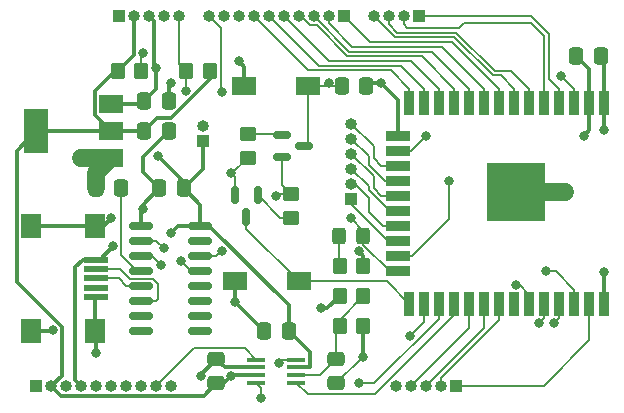
<source format=gbr>
G04 #@! TF.GenerationSoftware,KiCad,Pcbnew,(6.0.0)*
G04 #@! TF.CreationDate,2022-03-08T09:11:21+00:00*
G04 #@! TF.ProjectId,ISOpowerWiFi_PCB,49534f70-6f77-4657-9257-6946695f5043,rev?*
G04 #@! TF.SameCoordinates,Original*
G04 #@! TF.FileFunction,Copper,L1,Top*
G04 #@! TF.FilePolarity,Positive*
%FSLAX46Y46*%
G04 Gerber Fmt 4.6, Leading zero omitted, Abs format (unit mm)*
G04 Created by KiCad (PCBNEW (6.0.0)) date 2022-03-08 09:11:21*
%MOMM*%
%LPD*%
G01*
G04 APERTURE LIST*
G04 Aperture macros list*
%AMRoundRect*
0 Rectangle with rounded corners*
0 $1 Rounding radius*
0 $2 $3 $4 $5 $6 $7 $8 $9 X,Y pos of 4 corners*
0 Add a 4 corners polygon primitive as box body*
4,1,4,$2,$3,$4,$5,$6,$7,$8,$9,$2,$3,0*
0 Add four circle primitives for the rounded corners*
1,1,$1+$1,$2,$3*
1,1,$1+$1,$4,$5*
1,1,$1+$1,$6,$7*
1,1,$1+$1,$8,$9*
0 Add four rect primitives between the rounded corners*
20,1,$1+$1,$2,$3,$4,$5,0*
20,1,$1+$1,$4,$5,$6,$7,0*
20,1,$1+$1,$6,$7,$8,$9,0*
20,1,$1+$1,$8,$9,$2,$3,0*%
G04 Aperture macros list end*
G04 #@! TA.AperFunction,ComponentPad*
%ADD10R,1.000000X1.000000*%
G04 #@! TD*
G04 #@! TA.AperFunction,ComponentPad*
%ADD11O,1.000000X1.000000*%
G04 #@! TD*
G04 #@! TA.AperFunction,SMDPad,CuDef*
%ADD12R,2.000000X1.600000*%
G04 #@! TD*
G04 #@! TA.AperFunction,SMDPad,CuDef*
%ADD13R,2.000000X0.500000*%
G04 #@! TD*
G04 #@! TA.AperFunction,SMDPad,CuDef*
%ADD14R,1.700000X2.000000*%
G04 #@! TD*
G04 #@! TA.AperFunction,SMDPad,CuDef*
%ADD15R,0.900000X2.000000*%
G04 #@! TD*
G04 #@! TA.AperFunction,SMDPad,CuDef*
%ADD16R,2.000000X0.900000*%
G04 #@! TD*
G04 #@! TA.AperFunction,SMDPad,CuDef*
%ADD17R,5.000000X5.000000*%
G04 #@! TD*
G04 #@! TA.AperFunction,SMDPad,CuDef*
%ADD18RoundRect,0.250000X-0.325000X-0.450000X0.325000X-0.450000X0.325000X0.450000X-0.325000X0.450000X0*%
G04 #@! TD*
G04 #@! TA.AperFunction,SMDPad,CuDef*
%ADD19R,1.600000X0.300000*%
G04 #@! TD*
G04 #@! TA.AperFunction,SMDPad,CuDef*
%ADD20RoundRect,0.250000X0.337500X0.475000X-0.337500X0.475000X-0.337500X-0.475000X0.337500X-0.475000X0*%
G04 #@! TD*
G04 #@! TA.AperFunction,SMDPad,CuDef*
%ADD21RoundRect,0.250000X-0.350000X-0.450000X0.350000X-0.450000X0.350000X0.450000X-0.350000X0.450000X0*%
G04 #@! TD*
G04 #@! TA.AperFunction,SMDPad,CuDef*
%ADD22RoundRect,0.150000X-0.825000X-0.150000X0.825000X-0.150000X0.825000X0.150000X-0.825000X0.150000X0*%
G04 #@! TD*
G04 #@! TA.AperFunction,SMDPad,CuDef*
%ADD23RoundRect,0.250000X0.350000X0.450000X-0.350000X0.450000X-0.350000X-0.450000X0.350000X-0.450000X0*%
G04 #@! TD*
G04 #@! TA.AperFunction,SMDPad,CuDef*
%ADD24RoundRect,0.250000X-0.337500X-0.475000X0.337500X-0.475000X0.337500X0.475000X-0.337500X0.475000X0*%
G04 #@! TD*
G04 #@! TA.AperFunction,SMDPad,CuDef*
%ADD25RoundRect,0.250000X0.475000X-0.337500X0.475000X0.337500X-0.475000X0.337500X-0.475000X-0.337500X0*%
G04 #@! TD*
G04 #@! TA.AperFunction,SMDPad,CuDef*
%ADD26RoundRect,0.250000X-0.475000X0.337500X-0.475000X-0.337500X0.475000X-0.337500X0.475000X0.337500X0*%
G04 #@! TD*
G04 #@! TA.AperFunction,SMDPad,CuDef*
%ADD27RoundRect,0.150000X-0.587500X-0.150000X0.587500X-0.150000X0.587500X0.150000X-0.587500X0.150000X0*%
G04 #@! TD*
G04 #@! TA.AperFunction,SMDPad,CuDef*
%ADD28R,2.000000X1.500000*%
G04 #@! TD*
G04 #@! TA.AperFunction,SMDPad,CuDef*
%ADD29R,2.000000X3.800000*%
G04 #@! TD*
G04 #@! TA.AperFunction,SMDPad,CuDef*
%ADD30RoundRect,0.150000X-0.150000X0.587500X-0.150000X-0.587500X0.150000X-0.587500X0.150000X0.587500X0*%
G04 #@! TD*
G04 #@! TA.AperFunction,SMDPad,CuDef*
%ADD31RoundRect,0.250000X-0.450000X0.350000X-0.450000X-0.350000X0.450000X-0.350000X0.450000X0.350000X0*%
G04 #@! TD*
G04 #@! TA.AperFunction,SMDPad,CuDef*
%ADD32RoundRect,0.250000X0.450000X-0.350000X0.450000X0.350000X-0.450000X0.350000X-0.450000X-0.350000X0*%
G04 #@! TD*
G04 #@! TA.AperFunction,ViaPad*
%ADD33C,0.800000*%
G04 #@! TD*
G04 #@! TA.AperFunction,Conductor*
%ADD34C,0.200000*%
G04 #@! TD*
G04 #@! TA.AperFunction,Conductor*
%ADD35C,0.300000*%
G04 #@! TD*
G04 #@! TA.AperFunction,Conductor*
%ADD36C,1.500000*%
G04 #@! TD*
G04 APERTURE END LIST*
D10*
G04 #@! TO.P,J2,1,Pin_1*
G04 #@! TO.N,23*
X160538000Y-108359043D03*
D11*
G04 #@! TO.P,J2,2,Pin_2*
G04 #@! TO.N,19*
X159268000Y-108359043D03*
G04 #@! TO.P,J2,3,Pin_3*
G04 #@! TO.N,18*
X157998000Y-108359043D03*
G04 #@! TO.P,J2,4,Pin_4*
G04 #@! TO.N,5*
X156728000Y-108359043D03*
G04 #@! TO.P,J2,5,Pin_5*
G04 #@! TO.N,4*
X155458000Y-108359043D03*
G04 #@! TD*
D12*
G04 #@! TO.P,SW2,1,1*
G04 #@! TO.N,/ESP32_Daughterboard/USB ESP32 CH340 Interface /ESP_IO0*
X147193000Y-99469043D03*
G04 #@! TO.P,SW2,2,2*
G04 #@! TO.N,/ESP32_Daughterboard/GND*
X141793000Y-99469043D03*
G04 #@! TD*
D13*
G04 #@! TO.P,J20,1,VBUS*
G04 #@! TO.N,/ESP32_Daughterboard/USB_PBUS*
X130048000Y-97636543D03*
G04 #@! TO.P,J20,2,D-*
G04 #@! TO.N,Net-(J20-Pad2)*
X130048000Y-98436543D03*
G04 #@! TO.P,J20,3,D+*
G04 #@! TO.N,Net-(J20-Pad3)*
X130048000Y-99236543D03*
G04 #@! TO.P,J20,4,ID*
G04 #@! TO.N,unconnected-(J20-Pad4)*
X130048000Y-100036543D03*
G04 #@! TO.P,J20,5,GND*
G04 #@! TO.N,/ESP32_Daughterboard/GND*
X130048000Y-100836543D03*
D14*
G04 #@! TO.P,J20,6,Shield*
X129948000Y-103686543D03*
X124498000Y-94786543D03*
X124498000Y-103686543D03*
X129948000Y-94786543D03*
G04 #@! TD*
D15*
G04 #@! TO.P,U1,1,GND*
G04 #@! TO.N,/ESP32_Daughterboard/GND*
X173058000Y-84386543D03*
G04 #@! TO.P,U1,2,VDD*
G04 #@! TO.N,/ESP32_Daughterboard/3V3_BUS*
X171788000Y-84386543D03*
G04 #@! TO.P,U1,3,EN*
G04 #@! TO.N,/ESP32_Daughterboard/USB ESP32 CH340 Interface /ESP_EN*
X170518000Y-84386543D03*
G04 #@! TO.P,U1,4,SENSOR_VP*
G04 #@! TO.N,Net-(J3-Pad1)*
X169248000Y-84386543D03*
G04 #@! TO.P,U1,5,SENSOR_VN*
G04 #@! TO.N,Net-(J3-Pad2)*
X167978000Y-84386543D03*
G04 #@! TO.P,U1,6,IO34*
G04 #@! TO.N,Net-(J3-Pad3)*
X166708000Y-84386543D03*
G04 #@! TO.P,U1,7,IO35*
G04 #@! TO.N,Net-(J3-Pad4)*
X165438000Y-84386543D03*
G04 #@! TO.P,U1,8,GPIO32*
G04 #@! TO.N,Net-(J5-Pad1)*
X164168000Y-84386543D03*
G04 #@! TO.P,U1,9,GPIO33*
G04 #@! TO.N,Net-(J5-Pad2)*
X162898000Y-84386543D03*
G04 #@! TO.P,U1,10,GPIO25*
G04 #@! TO.N,Net-(J5-Pad3)*
X161628000Y-84386543D03*
G04 #@! TO.P,U1,11,GPIO26*
G04 #@! TO.N,Net-(J5-Pad4)*
X160358000Y-84386543D03*
G04 #@! TO.P,U1,12,GPIO27*
G04 #@! TO.N,Net-(J5-Pad5)*
X159088000Y-84386543D03*
G04 #@! TO.P,U1,13,GPIO14*
G04 #@! TO.N,Net-(J5-Pad6)*
X157818000Y-84386543D03*
G04 #@! TO.P,U1,14,GPIO12*
G04 #@! TO.N,Net-(J5-Pad7)*
X156548000Y-84386543D03*
D16*
G04 #@! TO.P,U1,15,GND*
G04 #@! TO.N,/ESP32_Daughterboard/GND*
X155548000Y-87171543D03*
G04 #@! TO.P,U1,16,GPIO13*
G04 #@! TO.N,Net-(J5-Pad8)*
X155548000Y-88441543D03*
G04 #@! TO.P,U1,17,SHD/SD2*
G04 #@! TO.N,Net-(J4-Pad6)*
X155548000Y-89711543D03*
G04 #@! TO.P,U1,18,SWP/SD3*
G04 #@! TO.N,Net-(J4-Pad5)*
X155548000Y-90981543D03*
G04 #@! TO.P,U1,19,SCS/CMD*
G04 #@! TO.N,Net-(J4-Pad4)*
X155548000Y-92251543D03*
G04 #@! TO.P,U1,20,SCK/CLK*
G04 #@! TO.N,Net-(J4-Pad3)*
X155548000Y-93521543D03*
G04 #@! TO.P,U1,21,SDO/SD0*
G04 #@! TO.N,Net-(J4-Pad2)*
X155548000Y-94791543D03*
G04 #@! TO.P,U1,22,SDI/SD1*
G04 #@! TO.N,Net-(J4-Pad1)*
X155548000Y-96061543D03*
G04 #@! TO.P,U1,23,GPIO15*
G04 #@! TO.N,Net-(J5-Pad9)*
X155548000Y-97331543D03*
G04 #@! TO.P,U1,24,GPIO2*
G04 #@! TO.N,Net-(D9-Pad2)*
X155548000Y-98601543D03*
D15*
G04 #@! TO.P,U1,25,IO0/GPIO0*
G04 #@! TO.N,/ESP32_Daughterboard/USB ESP32 CH340 Interface /ESP_IO0*
X156548000Y-101386543D03*
G04 #@! TO.P,U1,26,GPIO4*
G04 #@! TO.N,4*
X157818000Y-101386543D03*
G04 #@! TO.P,U1,27,UART2_RX/GPIO16*
G04 #@! TO.N,/ESP32_Daughterboard/Logic Level Conversion/1A*
X159088000Y-101386543D03*
G04 #@! TO.P,U1,28,UART2_TX/GPIO17*
G04 #@! TO.N,/ESP32_Daughterboard/Logic Level Conversion/0A*
X160358000Y-101386543D03*
G04 #@! TO.P,U1,29,GPIO5*
G04 #@! TO.N,5*
X161628000Y-101386543D03*
G04 #@! TO.P,U1,30,GPIO18*
G04 #@! TO.N,18*
X162898000Y-101386543D03*
G04 #@! TO.P,U1,31,GPIO19*
G04 #@! TO.N,19*
X164168000Y-101386543D03*
G04 #@! TO.P,U1,32,NC*
G04 #@! TO.N,unconnected-(U1-Pad32)*
X165438000Y-101386543D03*
G04 #@! TO.P,U1,33,GPIO21*
G04 #@! TO.N,SDA*
X166708000Y-101386543D03*
G04 #@! TO.P,U1,34,RXD0/GPIO3*
G04 #@! TO.N,/ESP32_Daughterboard/USB ESP32 CH340 Interface /TxD_B*
X167978000Y-101386543D03*
G04 #@! TO.P,U1,35,TXD0/GPIO1*
G04 #@! TO.N,/ESP32_Daughterboard/USB ESP32 CH340 Interface /RxD_B*
X169248000Y-101386543D03*
G04 #@! TO.P,U1,36,GPIO22*
G04 #@! TO.N,SCL*
X170518000Y-101386543D03*
G04 #@! TO.P,U1,37,GPIO23*
G04 #@! TO.N,23*
X171788000Y-101386543D03*
G04 #@! TO.P,U1,38,GND*
G04 #@! TO.N,/ESP32_Daughterboard/GND*
X173058000Y-101386543D03*
D17*
G04 #@! TO.P,U1,39,GND*
X165558000Y-91886543D03*
G04 #@! TD*
D18*
G04 #@! TO.P,D9,1,K*
G04 #@! TO.N,Net-(D9-Pad1)*
X150613000Y-95659043D03*
G04 #@! TO.P,D9,2,A*
G04 #@! TO.N,Net-(D9-Pad2)*
X152663000Y-95659043D03*
G04 #@! TD*
D19*
G04 #@! TO.P,U13,1,B2*
G04 #@! TO.N,/ESP32_Daughterboard/SSERIAL_TX*
X143588000Y-106114043D03*
G04 #@! TO.P,U13,2,GND*
G04 #@! TO.N,/ESP32_Daughterboard/GND*
X143588000Y-106764043D03*
G04 #@! TO.P,U13,3,VCCA*
G04 #@! TO.N,/ESP32_Daughterboard/3V3_BUS*
X143588000Y-107414043D03*
G04 #@! TO.P,U13,4,A2*
G04 #@! TO.N,/ESP32_Daughterboard/Logic Level Conversion/1A*
X143588000Y-108064043D03*
G04 #@! TO.P,U13,5,A1*
G04 #@! TO.N,/ESP32_Daughterboard/Logic Level Conversion/0A*
X146988000Y-108064043D03*
G04 #@! TO.P,U13,6,OE*
G04 #@! TO.N,Net-(C6-Pad1)*
X146988000Y-107414043D03*
G04 #@! TO.P,U13,7,VCCB*
G04 #@! TO.N,/ESP32_Daughterboard/MCU_5V_BUS*
X146988000Y-106764043D03*
G04 #@! TO.P,U13,8,B1*
G04 #@! TO.N,/ESP32_Daughterboard/SSERIAL_RX*
X146988000Y-106114043D03*
G04 #@! TD*
D20*
G04 #@! TO.P,C29,1*
G04 #@! TO.N,Net-(C29-Pad1)*
X132123000Y-91616543D03*
G04 #@! TO.P,C29,2*
G04 #@! TO.N,/ESP32_Daughterboard/GND*
X130048000Y-91616543D03*
G04 #@! TD*
D21*
G04 #@! TO.P,R24,1*
G04 #@! TO.N,Net-(C6-Pad1)*
X150638000Y-103279043D03*
G04 #@! TO.P,R24,2*
G04 #@! TO.N,/ESP32_Daughterboard/GND*
X152638000Y-103279043D03*
G04 #@! TD*
D12*
G04 #@! TO.P,SW3,1,1*
G04 #@! TO.N,/ESP32_Daughterboard/USB ESP32 CH340 Interface /ESP_EN*
X147988000Y-82959043D03*
G04 #@! TO.P,SW3,2,2*
G04 #@! TO.N,/ESP32_Daughterboard/GND*
X142588000Y-82959043D03*
G04 #@! TD*
D10*
G04 #@! TO.P,J7,1,Pin_1*
G04 #@! TO.N,/ESP32_Daughterboard/GND*
X131943000Y-77011543D03*
D11*
G04 #@! TO.P,J7,2,Pin_2*
G04 #@! TO.N,/ESP32_Daughterboard/3V3_BUS*
X133213000Y-77011543D03*
G04 #@! TO.P,J7,3,Pin_3*
G04 #@! TO.N,/ESP32_Daughterboard/MCU_5V_BUS*
X134483000Y-77011543D03*
G04 #@! TO.P,J7,4,Pin_4*
G04 #@! TO.N,SCL*
X135753000Y-77011543D03*
G04 #@! TO.P,J7,5,Pin_5*
G04 #@! TO.N,SDA*
X137023000Y-77011543D03*
G04 #@! TD*
D20*
G04 #@! TO.P,C27,1*
G04 #@! TO.N,/ESP32_Daughterboard/MCU_5V_BUS*
X146325500Y-103681543D03*
G04 #@! TO.P,C27,2*
G04 #@! TO.N,/ESP32_Daughterboard/GND*
X144250500Y-103681543D03*
G04 #@! TD*
D22*
G04 #@! TO.P,U14,1,GND*
G04 #@! TO.N,/ESP32_Daughterboard/GND*
X133858000Y-94791543D03*
G04 #@! TO.P,U14,2,TXD*
G04 #@! TO.N,/ESP32_Daughterboard/USB ESP32 CH340 Interface /TxD_B*
X133858000Y-96061543D03*
G04 #@! TO.P,U14,3,RXD*
G04 #@! TO.N,/ESP32_Daughterboard/USB ESP32 CH340 Interface /RxD_B*
X133858000Y-97331543D03*
G04 #@! TO.P,U14,4,V3*
G04 #@! TO.N,Net-(C29-Pad1)*
X133858000Y-98601543D03*
G04 #@! TO.P,U14,5,UD+*
G04 #@! TO.N,Net-(J20-Pad3)*
X133858000Y-99871543D03*
G04 #@! TO.P,U14,6,UD-*
G04 #@! TO.N,Net-(J20-Pad2)*
X133858000Y-101141543D03*
G04 #@! TO.P,U14,7,NC*
G04 #@! TO.N,unconnected-(U14-Pad7)*
X133858000Y-102411543D03*
G04 #@! TO.P,U14,8,NC*
G04 #@! TO.N,unconnected-(U14-Pad8)*
X133858000Y-103681543D03*
G04 #@! TO.P,U14,9,~{CTS}*
G04 #@! TO.N,unconnected-(U14-Pad9)*
X138808000Y-103681543D03*
G04 #@! TO.P,U14,10,~{DSR}*
G04 #@! TO.N,unconnected-(U14-Pad10)*
X138808000Y-102411543D03*
G04 #@! TO.P,U14,11,~{RI}*
G04 #@! TO.N,unconnected-(U14-Pad11)*
X138808000Y-101141543D03*
G04 #@! TO.P,U14,12,~{DCD}*
G04 #@! TO.N,unconnected-(U14-Pad12)*
X138808000Y-99871543D03*
G04 #@! TO.P,U14,13,~{DTR}*
G04 #@! TO.N,Net-(Q19-Pad2)*
X138808000Y-98601543D03*
G04 #@! TO.P,U14,14,~{RTS}*
G04 #@! TO.N,Net-(Q20-Pad2)*
X138808000Y-97331543D03*
G04 #@! TO.P,U14,15,R232*
G04 #@! TO.N,unconnected-(U14-Pad15)*
X138808000Y-96061543D03*
G04 #@! TO.P,U14,16,VCC*
G04 #@! TO.N,/ESP32_Daughterboard/MCU_5V_BUS*
X138808000Y-94791543D03*
G04 #@! TD*
D23*
G04 #@! TO.P,R2,1*
G04 #@! TO.N,/ESP32_Daughterboard/3V3_BUS*
X139668000Y-81689043D03*
G04 #@! TO.P,R2,2*
G04 #@! TO.N,SDA*
X137668000Y-81689043D03*
G04 #@! TD*
D24*
G04 #@! TO.P,C2,1*
G04 #@! TO.N,/ESP32_Daughterboard/MCU_5V_BUS*
X134090500Y-84229043D03*
G04 #@! TO.P,C2,2*
G04 #@! TO.N,/ESP32_Daughterboard/GND*
X136165500Y-84229043D03*
G04 #@! TD*
D10*
G04 #@! TO.P,J3,1,Pin_1*
G04 #@! TO.N,Net-(J3-Pad1)*
X157353000Y-77011543D03*
D11*
G04 #@! TO.P,J3,2,Pin_2*
G04 #@! TO.N,Net-(J3-Pad2)*
X156083000Y-77011543D03*
G04 #@! TO.P,J3,3,Pin_3*
G04 #@! TO.N,Net-(J3-Pad3)*
X154813000Y-77011543D03*
G04 #@! TO.P,J3,4,Pin_4*
G04 #@! TO.N,Net-(J3-Pad4)*
X153543000Y-77011543D03*
G04 #@! TD*
D24*
G04 #@! TO.P,C3,1*
G04 #@! TO.N,/ESP32_Daughterboard/3V3_BUS*
X170688000Y-80419043D03*
G04 #@! TO.P,C3,2*
G04 #@! TO.N,/ESP32_Daughterboard/GND*
X172763000Y-80419043D03*
G04 #@! TD*
G04 #@! TO.P,C1,1*
G04 #@! TO.N,/ESP32_Daughterboard/USB ESP32 CH340 Interface /ESP_EN*
X150833000Y-82959043D03*
G04 #@! TO.P,C1,2*
G04 #@! TO.N,/ESP32_Daughterboard/GND*
X152908000Y-82959043D03*
G04 #@! TD*
D25*
G04 #@! TO.P,C26,1*
G04 #@! TO.N,/ESP32_Daughterboard/3V3_BUS*
X140208000Y-108126543D03*
G04 #@! TO.P,C26,2*
G04 #@! TO.N,/ESP32_Daughterboard/GND*
X140208000Y-106051543D03*
G04 #@! TD*
D21*
G04 #@! TO.P,R29,1*
G04 #@! TO.N,/ESP32_Daughterboard/3V3_BUS*
X150638000Y-100739043D03*
G04 #@! TO.P,R29,2*
G04 #@! TO.N,Net-(C6-Pad1)*
X152638000Y-100739043D03*
G04 #@! TD*
D20*
G04 #@! TO.P,C28,1*
G04 #@! TO.N,/ESP32_Daughterboard/MCU_5V_BUS*
X137435500Y-91616543D03*
G04 #@! TO.P,C28,2*
G04 #@! TO.N,/ESP32_Daughterboard/GND*
X135360500Y-91616543D03*
G04 #@! TD*
D26*
G04 #@! TO.P,C6,1*
G04 #@! TO.N,Net-(C6-Pad1)*
X150368000Y-106051543D03*
G04 #@! TO.P,C6,2*
G04 #@! TO.N,/ESP32_Daughterboard/GND*
X150368000Y-108126543D03*
G04 #@! TD*
D27*
G04 #@! TO.P,Q20,1,B*
G04 #@! TO.N,Net-(Q20-Pad1)*
X145747500Y-87089043D03*
G04 #@! TO.P,Q20,2,E*
G04 #@! TO.N,Net-(Q20-Pad2)*
X145747500Y-88989043D03*
G04 #@! TO.P,Q20,3,C*
G04 #@! TO.N,/ESP32_Daughterboard/USB ESP32 CH340 Interface /ESP_EN*
X147622500Y-88039043D03*
G04 #@! TD*
D28*
G04 #@! TO.P,U2,1,GND*
G04 #@! TO.N,/ESP32_Daughterboard/GND*
X131268000Y-89069043D03*
G04 #@! TO.P,U2,2,VO*
G04 #@! TO.N,/ESP32_Daughterboard/3V3_BUS*
X131268000Y-86769043D03*
D29*
X124968000Y-86769043D03*
D28*
G04 #@! TO.P,U2,3,VI*
G04 #@! TO.N,/ESP32_Daughterboard/MCU_5V_BUS*
X131268000Y-84469043D03*
G04 #@! TD*
D10*
G04 #@! TO.P,J5,1,Pin_1*
G04 #@! TO.N,Net-(J5-Pad1)*
X151003000Y-77011543D03*
D11*
G04 #@! TO.P,J5,2,Pin_2*
G04 #@! TO.N,Net-(J5-Pad2)*
X149733000Y-77011543D03*
G04 #@! TO.P,J5,3,Pin_3*
G04 #@! TO.N,Net-(J5-Pad3)*
X148463000Y-77011543D03*
G04 #@! TO.P,J5,4,Pin_4*
G04 #@! TO.N,Net-(J5-Pad4)*
X147193000Y-77011543D03*
G04 #@! TO.P,J5,5,Pin_5*
G04 #@! TO.N,Net-(J5-Pad5)*
X145923000Y-77011543D03*
G04 #@! TO.P,J5,6,Pin_6*
G04 #@! TO.N,Net-(J5-Pad6)*
X144653000Y-77011543D03*
G04 #@! TO.P,J5,7,Pin_7*
G04 #@! TO.N,Net-(J5-Pad7)*
X143383000Y-77011543D03*
G04 #@! TO.P,J5,8,Pin_8*
G04 #@! TO.N,Net-(J5-Pad8)*
X142113000Y-77011543D03*
G04 #@! TO.P,J5,9,Pin_9*
G04 #@! TO.N,Net-(J5-Pad9)*
X140843000Y-77011543D03*
G04 #@! TO.P,J5,10,Pin_10*
G04 #@! TO.N,Net-(D9-Pad2)*
X139573000Y-77011543D03*
G04 #@! TD*
D24*
G04 #@! TO.P,C5,1*
G04 #@! TO.N,/ESP32_Daughterboard/3V3_BUS*
X134090500Y-86769043D03*
G04 #@! TO.P,C5,2*
G04 #@! TO.N,/ESP32_Daughterboard/GND*
X136165500Y-86769043D03*
G04 #@! TD*
D30*
G04 #@! TO.P,Q19,1,B*
G04 #@! TO.N,Net-(Q19-Pad1)*
X143698000Y-92181543D03*
G04 #@! TO.P,Q19,2,E*
G04 #@! TO.N,Net-(Q19-Pad2)*
X141798000Y-92181543D03*
G04 #@! TO.P,Q19,3,C*
G04 #@! TO.N,/ESP32_Daughterboard/USB ESP32 CH340 Interface /ESP_IO0*
X142748000Y-94056543D03*
G04 #@! TD*
D10*
G04 #@! TO.P,J1,1,Pin_1*
G04 #@! TO.N,/ESP32_Daughterboard/MCU_5V_BUS*
X139065000Y-87630000D03*
D11*
G04 #@! TO.P,J1,2,Pin_2*
G04 #@! TO.N,/ESP32_Daughterboard/USB_PBUS*
X139065000Y-86360000D03*
G04 #@! TD*
D10*
G04 #@! TO.P,J4,1,Pin_1*
G04 #@! TO.N,Net-(J4-Pad1)*
X151638000Y-92484043D03*
D11*
G04 #@! TO.P,J4,2,Pin_2*
G04 #@! TO.N,Net-(J4-Pad2)*
X151638000Y-91214043D03*
G04 #@! TO.P,J4,3,Pin_3*
G04 #@! TO.N,Net-(J4-Pad3)*
X151638000Y-89944043D03*
G04 #@! TO.P,J4,4,Pin_4*
G04 #@! TO.N,Net-(J4-Pad4)*
X151638000Y-88674043D03*
G04 #@! TO.P,J4,5,Pin_5*
G04 #@! TO.N,Net-(J4-Pad5)*
X151638000Y-87404043D03*
G04 #@! TO.P,J4,6,Pin_6*
G04 #@! TO.N,Net-(J4-Pad6)*
X151638000Y-86134043D03*
G04 #@! TD*
D31*
G04 #@! TO.P,R25,1*
G04 #@! TO.N,Net-(Q20-Pad2)*
X146558000Y-92119043D03*
G04 #@! TO.P,R25,2*
G04 #@! TO.N,Net-(Q19-Pad1)*
X146558000Y-94119043D03*
G04 #@! TD*
D32*
G04 #@! TO.P,R26,1*
G04 #@! TO.N,Net-(Q19-Pad2)*
X142875000Y-89039043D03*
G04 #@! TO.P,R26,2*
G04 #@! TO.N,Net-(Q20-Pad1)*
X142875000Y-87039043D03*
G04 #@! TD*
D21*
G04 #@! TO.P,R30,1*
G04 #@! TO.N,Net-(D9-Pad1)*
X150638000Y-98199043D03*
G04 #@! TO.P,R30,2*
G04 #@! TO.N,/ESP32_Daughterboard/GND*
X152638000Y-98199043D03*
G04 #@! TD*
G04 #@! TO.P,R3,1*
G04 #@! TO.N,/ESP32_Daughterboard/3V3_BUS*
X131858000Y-81689043D03*
G04 #@! TO.P,R3,2*
G04 #@! TO.N,SCL*
X133858000Y-81689043D03*
G04 #@! TD*
D10*
G04 #@! TO.P,J19,1,Pin_1*
G04 #@! TO.N,/ESP32_Daughterboard/GND*
X124968000Y-108359043D03*
D11*
G04 #@! TO.P,J19,2,Pin_2*
G04 #@! TO.N,/ESP32_Daughterboard/3V3_BUS*
X126238000Y-108359043D03*
G04 #@! TO.P,J19,3,Pin_3*
G04 #@! TO.N,/ESP32_Daughterboard/MCU_5V_BUS*
X127508000Y-108359043D03*
G04 #@! TO.P,J19,4,Pin_4*
G04 #@! TO.N,/ESP32_Daughterboard/USB_PBUS*
X128778000Y-108359043D03*
G04 #@! TO.P,J19,5,Pin_5*
G04 #@! TO.N,unconnected-(J19-Pad5)*
X130048000Y-108359043D03*
G04 #@! TO.P,J19,6,Pin_6*
G04 #@! TO.N,unconnected-(J19-Pad6)*
X131318000Y-108359043D03*
G04 #@! TO.P,J19,7,Pin_7*
G04 #@! TO.N,unconnected-(J19-Pad7)*
X132588000Y-108359043D03*
G04 #@! TO.P,J19,8,Pin_8*
G04 #@! TO.N,unconnected-(J19-Pad8)*
X133858000Y-108359043D03*
G04 #@! TO.P,J19,9,Pin_9*
G04 #@! TO.N,/ESP32_Daughterboard/SSERIAL_TX*
X135128000Y-108359043D03*
G04 #@! TO.P,J19,10,Pin_10*
G04 #@! TO.N,/ESP32_Daughterboard/SSERIAL_RX*
X136398000Y-108359043D03*
G04 #@! TD*
D33*
G04 #@! TO.N,/ESP32_Daughterboard/USB ESP32 CH340 Interface /ESP_EN*
X149733000Y-82726543D03*
X169418000Y-82091543D03*
G04 #@! TO.N,4*
X156586479Y-104145554D03*
G04 #@! TO.N,Net-(J5-Pad8)*
X157988000Y-87171543D03*
G04 #@! TO.N,Net-(J5-Pad9)*
X159893000Y-90981543D03*
G04 #@! TO.N,SCL*
X168148000Y-98601543D03*
X133962500Y-80166959D03*
G04 #@! TO.N,SDA*
X137650697Y-83344241D03*
X165608000Y-99787041D03*
G04 #@! TO.N,Net-(Q19-Pad2)*
X137177872Y-97757171D03*
X141478000Y-90346543D03*
G04 #@! TO.N,/ESP32_Daughterboard/GND*
X152638000Y-105856543D03*
X142113000Y-80821543D03*
X138937382Y-107491312D03*
X169688000Y-91886543D03*
X126365000Y-103635201D03*
X128785500Y-89069043D03*
X154178000Y-82726543D03*
X141793000Y-101224043D03*
X136398000Y-82726543D03*
X133956012Y-93378056D03*
X173058000Y-86657000D03*
X130048000Y-105586543D03*
X131318000Y-94156543D03*
X152244583Y-96953392D03*
X173058000Y-98722000D03*
G04 #@! TO.N,Net-(Q20-Pad2)*
X145288000Y-92251543D03*
X140651283Y-96888258D03*
G04 #@! TO.N,/ESP32_Daughterboard/MCU_5V_BUS*
X135128000Y-81456543D03*
X136333500Y-95426543D03*
X135255000Y-88900000D03*
G04 #@! TO.N,/ESP32_Daughterboard/3V3_BUS*
X149098000Y-101776543D03*
X141478000Y-107513543D03*
X171323000Y-87171543D03*
G04 #@! TO.N,/ESP32_Daughterboard/USB_PBUS*
X131445000Y-96520000D03*
G04 #@! TO.N,/ESP32_Daughterboard/SSERIAL_RX*
X145500477Y-106434020D03*
G04 #@! TO.N,Net-(D9-Pad2)*
X140717239Y-83487304D03*
X151638000Y-94156543D03*
G04 #@! TO.N,/ESP32_Daughterboard/Logic Level Conversion/1A*
X144018000Y-109396543D03*
X152273000Y-108126543D03*
G04 #@! TO.N,/ESP32_Daughterboard/USB ESP32 CH340 Interface /TxD_B*
X135763000Y-96696543D03*
X167513000Y-103046543D03*
G04 #@! TO.N,/ESP32_Daughterboard/USB ESP32 CH340 Interface /RxD_B*
X135553628Y-98111415D03*
X168783000Y-103046543D03*
G04 #@! TD*
D34*
G04 #@! TO.N,/ESP32_Daughterboard/USB ESP32 CH340 Interface /ESP_EN*
X147988000Y-87673543D02*
X147988000Y-82959043D01*
X170518000Y-84386543D02*
X170518000Y-83191543D01*
X147622500Y-88039043D02*
X147988000Y-87673543D01*
X149563000Y-82726543D02*
X149330500Y-82959043D01*
X149733000Y-82726543D02*
X149563000Y-82726543D01*
X170518000Y-83191543D02*
X169418000Y-82091543D01*
X147988000Y-82959043D02*
X149330500Y-82959043D01*
X149330500Y-82959043D02*
X150833000Y-82959043D01*
G04 #@! TO.N,Net-(C29-Pad1)*
X132144501Y-97228761D02*
X133517283Y-98601543D01*
X132144501Y-91638044D02*
X132144501Y-97228761D01*
G04 #@! TO.N,23*
X160538000Y-108359043D02*
X167915500Y-108359043D01*
X171788000Y-104486543D02*
X171788000Y-101386543D01*
X167915500Y-108359043D02*
X171788000Y-104486543D01*
G04 #@! TO.N,19*
X164168000Y-102754037D02*
X164168000Y-101386543D01*
X159268000Y-107654037D02*
X164168000Y-102754037D01*
X159268000Y-108359043D02*
X159268000Y-107654037D01*
G04 #@! TO.N,18*
X157998000Y-108359043D02*
X162898000Y-103459043D01*
X162898000Y-103459043D02*
X162898000Y-101386543D01*
G04 #@! TO.N,5*
X156728000Y-108359043D02*
X161628000Y-103459043D01*
X161628000Y-103459043D02*
X161628000Y-101386543D01*
G04 #@! TO.N,4*
X157818000Y-101386543D02*
X157818000Y-102914033D01*
X157818000Y-102914033D02*
X156586479Y-104145554D01*
G04 #@! TO.N,Net-(J3-Pad1)*
X169248000Y-84386543D02*
X169248000Y-83186543D01*
X168377511Y-78581061D02*
X166807993Y-77011543D01*
X166807993Y-77011543D02*
X157353000Y-77011543D01*
X168377511Y-82316054D02*
X168377511Y-78581061D01*
X169248000Y-83186543D02*
X168377511Y-82316054D01*
G04 #@! TO.N,Net-(J3-Pad2)*
X156083000Y-77718649D02*
X156389318Y-78024967D01*
X156389318Y-78024967D02*
X160739476Y-78024967D01*
X156083000Y-77011543D02*
X156083000Y-77718649D01*
X166833479Y-77602022D02*
X167978000Y-78746543D01*
X161162421Y-77602022D02*
X166833479Y-77602022D01*
X160739476Y-78024967D02*
X161162421Y-77602022D01*
X167978000Y-78746543D02*
X167978000Y-84386543D01*
G04 #@! TO.N,Net-(J3-Pad3)*
X165173985Y-81652528D02*
X163758973Y-81652528D01*
X163758973Y-81652528D02*
X160530923Y-78424478D01*
X155520929Y-78424478D02*
X154813000Y-77716549D01*
X166708000Y-84386543D02*
X166708000Y-83186543D01*
X166708000Y-83186543D02*
X165173985Y-81652528D01*
X154813000Y-77716549D02*
X154813000Y-77011543D01*
X160530923Y-78424478D02*
X155520929Y-78424478D01*
G04 #@! TO.N,Net-(J3-Pad4)*
X163593490Y-82052039D02*
X160365440Y-78823989D01*
X165438000Y-84386543D02*
X165438000Y-83186543D01*
X165438000Y-83186543D02*
X164303496Y-82052039D01*
X155355446Y-78823989D02*
X153543000Y-77011543D01*
X160365440Y-78823989D02*
X155355446Y-78823989D01*
X164303496Y-82052039D02*
X163593490Y-82052039D01*
G04 #@! TO.N,Net-(J4-Pad1)*
X151638000Y-92930565D02*
X154768978Y-96061543D01*
X151638000Y-92484043D02*
X151638000Y-92930565D01*
G04 #@! TO.N,Net-(J4-Pad2)*
X154348000Y-94791543D02*
X155548000Y-94791543D01*
X153143489Y-93587032D02*
X154348000Y-94791543D01*
X151967022Y-91214043D02*
X153143489Y-92390510D01*
X153143489Y-92390510D02*
X153143489Y-93587032D01*
G04 #@! TO.N,Net-(J4-Pad3)*
X153143489Y-91449532D02*
X153143489Y-91782025D01*
X153143489Y-91782025D02*
X154883007Y-93521543D01*
X151638000Y-89944043D02*
X153143489Y-91449532D01*
G04 #@! TO.N,Net-(J4-Pad4)*
X154178000Y-92251543D02*
X155548000Y-92251543D01*
X153543000Y-91616543D02*
X154178000Y-92251543D01*
X151638000Y-88674043D02*
X153543000Y-90579043D01*
X153543000Y-90579043D02*
X153543000Y-91616543D01*
G04 #@! TO.N,Net-(J4-Pad5)*
X153143489Y-89614538D02*
X154510494Y-90981543D01*
X154510494Y-90981543D02*
X155548000Y-90981543D01*
X151638000Y-87404043D02*
X153143489Y-88909532D01*
X153143489Y-88909532D02*
X153143489Y-89614538D01*
G04 #@! TO.N,Net-(J4-Pad6)*
X153543000Y-88039043D02*
X153543000Y-89076543D01*
X153543000Y-89076543D02*
X154178000Y-89711543D01*
X154178000Y-89711543D02*
X155548000Y-89711543D01*
X151638000Y-86134043D02*
X153543000Y-88039043D01*
G04 #@! TO.N,Net-(J5-Pad1)*
X164168000Y-83191543D02*
X160199956Y-79223499D01*
X164168000Y-84386543D02*
X164168000Y-83191543D01*
X153214956Y-79223499D02*
X151003000Y-77011543D01*
X153214956Y-79223500D02*
X160199956Y-79223499D01*
G04 #@! TO.N,Net-(J5-Pad2)*
X162898000Y-83186543D02*
X159334467Y-79623010D01*
X151726599Y-79623010D02*
X149733000Y-77629411D01*
X162898000Y-84386543D02*
X162898000Y-83186543D01*
X151726599Y-79623011D02*
X159334467Y-79623010D01*
X149733000Y-77629411D02*
X149733000Y-77011543D01*
G04 #@! TO.N,Net-(J5-Pad3)*
X151473978Y-80022521D02*
X158458978Y-80022521D01*
X151473978Y-80022521D02*
X148463000Y-77011543D01*
X161628000Y-83191543D02*
X161628000Y-84386543D01*
X158458978Y-80022521D02*
X161628000Y-83191543D01*
G04 #@! TO.N,Net-(J5-Pad4)*
X157588498Y-80422041D02*
X151308491Y-80422040D01*
X160358000Y-83191543D02*
X157588498Y-80422041D01*
X148131831Y-77811054D02*
X147332320Y-77011543D01*
X151308491Y-80422040D02*
X148697505Y-77811054D01*
X160358000Y-84386543D02*
X160358000Y-83191543D01*
X148697505Y-77811054D02*
X148131831Y-77811054D01*
G04 #@! TO.N,Net-(J5-Pad5)*
X159088000Y-84386543D02*
X159088000Y-83186543D01*
X159088000Y-83186543D02*
X156723000Y-80821543D01*
X156723000Y-80821543D02*
X156223046Y-80821543D01*
X156223046Y-80821543D02*
X156223030Y-80821559D01*
X145923000Y-77011543D02*
X149733000Y-80821543D01*
X156223030Y-80821559D02*
X151143004Y-80821559D01*
X149733000Y-80821543D02*
X152273000Y-80821543D01*
G04 #@! TO.N,Net-(J5-Pad6)*
X157818000Y-83186543D02*
X155852520Y-81221063D01*
X148862520Y-81221063D02*
X144653000Y-77011543D01*
X157818000Y-84386543D02*
X157818000Y-83186543D01*
X155852520Y-81221063D02*
X148862520Y-81221063D01*
G04 #@! TO.N,Net-(J5-Pad7)*
X156548000Y-83191543D02*
X154977031Y-81620574D01*
X156548000Y-84386543D02*
X156548000Y-83191543D01*
X147992031Y-81620574D02*
X143383000Y-77011543D01*
X154977031Y-81620574D02*
X147992031Y-81620574D01*
G04 #@! TO.N,Net-(J5-Pad8)*
X155548000Y-88441543D02*
X156718000Y-88441543D01*
X156718000Y-88441543D02*
X157988000Y-87171543D01*
G04 #@! TO.N,Net-(J5-Pad9)*
X159893000Y-94186543D02*
X156748000Y-97331543D01*
X159893000Y-90981543D02*
X159893000Y-94186543D01*
X156748000Y-97331543D02*
X155548000Y-97331543D01*
G04 #@! TO.N,Net-(D9-Pad1)*
X150613000Y-95659043D02*
X150613000Y-98174043D01*
G04 #@! TO.N,SCL*
X133858000Y-81689043D02*
X133858000Y-80271459D01*
X168148000Y-98601543D02*
X168933000Y-98601543D01*
X170518000Y-100186543D02*
X170518000Y-101386543D01*
X168933000Y-98601543D02*
X170518000Y-100186543D01*
X133858000Y-80271459D02*
X133962500Y-80166959D01*
G04 #@! TO.N,SDA*
X137023000Y-81044043D02*
X137668000Y-81689043D01*
X137668000Y-83326938D02*
X137650697Y-83344241D01*
X165608000Y-99787041D02*
X165887520Y-99787041D01*
X137023000Y-77011543D02*
X137023000Y-81044043D01*
X137668000Y-81689043D02*
X137668000Y-83326938D01*
X165887520Y-99787041D02*
X166708000Y-100607521D01*
G04 #@! TO.N,Net-(J20-Pad2)*
X135273587Y-100983587D02*
X135273587Y-99676413D01*
X135279772Y-100989772D02*
X135273587Y-100983587D01*
X135128000Y-101141543D02*
X133858000Y-101141543D01*
X135128000Y-101141543D02*
X135279772Y-100989772D01*
X130048000Y-98436543D02*
X132082283Y-98436543D01*
X132917763Y-99272023D02*
X134869197Y-99272023D01*
X132082283Y-98436543D02*
X132917763Y-99272023D01*
X134869197Y-99272023D02*
X135273587Y-99676413D01*
G04 #@! TO.N,Net-(J20-Pad3)*
X130048000Y-99236543D02*
X131953000Y-99236543D01*
X131953000Y-99236543D02*
X132588000Y-99871543D01*
X132588000Y-99871543D02*
X133858000Y-99871543D01*
G04 #@! TO.N,Net-(Q19-Pad1)*
X143698000Y-92181543D02*
X145635500Y-94119043D01*
X145635500Y-94119043D02*
X146558000Y-94119043D01*
G04 #@! TO.N,Net-(Q19-Pad2)*
X141798000Y-92181543D02*
X141798000Y-90666543D01*
X141567500Y-90346543D02*
X142875000Y-89039043D01*
X138022244Y-98601543D02*
X137177872Y-97757171D01*
X141478000Y-90346543D02*
X141567500Y-90346543D01*
X141798000Y-90666543D02*
X141478000Y-90346543D01*
D35*
G04 #@! TO.N,/ESP32_Daughterboard/GND*
X144250500Y-103681543D02*
X141793000Y-101224043D01*
X130048000Y-103786543D02*
X129948000Y-103686543D01*
X141793000Y-101224043D02*
X141793000Y-99469043D01*
X133985000Y-90241043D02*
X135360500Y-91616543D01*
D36*
X131268000Y-89069043D02*
X130048000Y-90289043D01*
D35*
X129948000Y-94786543D02*
X124498000Y-94786543D01*
X173058000Y-84386543D02*
X173058000Y-86657000D01*
D34*
X130048000Y-100836543D02*
X130048000Y-103586543D01*
D35*
X126313658Y-103686543D02*
X126365000Y-103635201D01*
D34*
X140208000Y-106220694D02*
X138937382Y-107491312D01*
D35*
X130688000Y-94786543D02*
X131318000Y-94156543D01*
D34*
X150368000Y-108126543D02*
X152638000Y-105856543D01*
D35*
X155548000Y-87171543D02*
X155548000Y-84096543D01*
X130048000Y-105586543D02*
X130048000Y-103786543D01*
X140920500Y-106764043D02*
X140208000Y-106051543D01*
D36*
X130048000Y-90289043D02*
X130048000Y-91616543D01*
D35*
X138937382Y-107322161D02*
X140208000Y-106051543D01*
X142588000Y-81296543D02*
X142113000Y-80821543D01*
X154178000Y-82726543D02*
X153140500Y-82726543D01*
D36*
X165558000Y-91886543D02*
X169688000Y-91886543D01*
D35*
X138937382Y-107491312D02*
X138937382Y-107322161D01*
X172763000Y-80419043D02*
X173058000Y-80714043D01*
X133956012Y-93021031D02*
X135360500Y-91616543D01*
X129948000Y-94786543D02*
X130688000Y-94786543D01*
X129948000Y-103686543D02*
X129948000Y-100936543D01*
X152638000Y-97346809D02*
X152244583Y-96953392D01*
X133858000Y-94791543D02*
X133858000Y-93476068D01*
X143588000Y-106764043D02*
X140920500Y-106764043D01*
X155548000Y-84096543D02*
X154178000Y-82726543D01*
X153140500Y-82726543D02*
X152908000Y-82959043D01*
X133985000Y-88949543D02*
X133985000Y-90241043D01*
X124498000Y-103686543D02*
X126313658Y-103686543D01*
X133956012Y-93378056D02*
X133956012Y-93021031D01*
X133858000Y-93476068D02*
X133956012Y-93378056D01*
X173058000Y-80714043D02*
X173058000Y-84386543D01*
X136165500Y-86769043D02*
X133985000Y-88949543D01*
X142588000Y-82959043D02*
X142588000Y-81296543D01*
D36*
X131268000Y-89069043D02*
X128785500Y-89069043D01*
D35*
X136165500Y-82959043D02*
X136398000Y-82726543D01*
X173058000Y-98722000D02*
X173058000Y-101386543D01*
X152638000Y-105856543D02*
X152638000Y-103279043D01*
X152638000Y-98199043D02*
X152638000Y-97346809D01*
X136165500Y-84229043D02*
X136165500Y-82959043D01*
D34*
G04 #@! TO.N,Net-(Q20-Pad1)*
X142875000Y-87039043D02*
X145697500Y-87039043D01*
G04 #@! TO.N,Net-(Q20-Pad2)*
X138808000Y-97331543D02*
X140207998Y-97331543D01*
X145420500Y-92119043D02*
X145288000Y-92251543D01*
X146558000Y-92119043D02*
X145420500Y-92119043D01*
X140207998Y-97331543D02*
X140651283Y-96888258D01*
X145747500Y-91308543D02*
X146558000Y-92119043D01*
X145747500Y-88989043D02*
X145747500Y-91308543D01*
D35*
G04 #@! TO.N,/ESP32_Daughterboard/MCU_5V_BUS*
X148088000Y-106764043D02*
X146988000Y-106764043D01*
D34*
X134982999Y-83336544D02*
X134090500Y-84229043D01*
D35*
X131268000Y-84469043D02*
X133850500Y-84469043D01*
X138808000Y-94791543D02*
X136968500Y-94791543D01*
X138808000Y-92989043D02*
X137435500Y-91616543D01*
X133850500Y-84469043D02*
X134090500Y-84229043D01*
D34*
X137033000Y-91214043D02*
X137033000Y-90678000D01*
D35*
X135128000Y-81456543D02*
X134903489Y-81232032D01*
X138808000Y-94791543D02*
X138808000Y-92989043D01*
X134903489Y-81232032D02*
X134903489Y-77432032D01*
X134903489Y-77432032D02*
X134483000Y-77011543D01*
X139614522Y-94791543D02*
X146325500Y-101502521D01*
X148137511Y-105493554D02*
X148137511Y-106714532D01*
X136968500Y-94791543D02*
X136333500Y-95426543D01*
X135128000Y-83191543D02*
X135128000Y-81456543D01*
X137435500Y-91080500D02*
X135255000Y-88900000D01*
X146325500Y-103681543D02*
X148137511Y-105493554D01*
X139065000Y-89987043D02*
X139065000Y-87630000D01*
X137435500Y-91616543D02*
X139065000Y-89987043D01*
X148137511Y-106714532D02*
X148088000Y-106764043D01*
X134090500Y-84229043D02*
X135128000Y-83191543D01*
X146325500Y-101502521D02*
X146325500Y-103681543D01*
D34*
X134982999Y-77511542D02*
X134982999Y-83336544D01*
D35*
G04 #@! TO.N,/ESP32_Daughterboard/3V3_BUS*
X127114501Y-103324746D02*
X123298489Y-99508734D01*
X126238000Y-108359043D02*
X127114501Y-107482542D01*
X133213000Y-80334043D02*
X133213000Y-77011543D01*
X171788000Y-81519043D02*
X170688000Y-80419043D01*
X131268000Y-86769043D02*
X124968000Y-86769043D01*
X140865000Y-108126543D02*
X141478000Y-107513543D01*
X134090500Y-86769043D02*
X135165020Y-85694523D01*
X171788000Y-84386543D02*
X171788000Y-86706543D01*
X143588000Y-107414043D02*
X141577500Y-107414043D01*
X129918489Y-83369532D02*
X131598978Y-81689043D01*
X129918489Y-85419532D02*
X129918489Y-83369532D01*
X171788000Y-84386543D02*
X171788000Y-81519043D01*
X139668000Y-82386892D02*
X139668000Y-81689043D01*
X136360369Y-85694523D02*
X139668000Y-82386892D01*
X139125989Y-109208554D02*
X140208000Y-108126543D01*
X127087511Y-109208554D02*
X139125989Y-109208554D01*
X126238000Y-108359043D02*
X127087511Y-109208554D01*
X123298489Y-99508734D02*
X123298489Y-88438554D01*
X131858000Y-81689043D02*
X133213000Y-80334043D01*
X149098000Y-101776543D02*
X149600500Y-101776543D01*
X131268000Y-86769043D02*
X129918489Y-85419532D01*
X171788000Y-86706543D02*
X171323000Y-87171543D01*
X149600500Y-101776543D02*
X150638000Y-100739043D01*
X127114501Y-107482542D02*
X127114501Y-103324746D01*
X131598978Y-81689043D02*
X131858000Y-81689043D01*
X135165020Y-85694523D02*
X136360369Y-85694523D01*
X123298489Y-88438554D02*
X124968000Y-86769043D01*
X141577500Y-107414043D02*
X141478000Y-107513543D01*
X134090500Y-86769043D02*
X131268000Y-86769043D01*
X140208000Y-108126543D02*
X140865000Y-108126543D01*
D34*
G04 #@! TO.N,Net-(C6-Pad1)*
X150368000Y-106051543D02*
X150368000Y-103549043D01*
X149005500Y-107414043D02*
X150368000Y-106051543D01*
X146988000Y-107414043D02*
X149005500Y-107414043D01*
X150638000Y-102739043D02*
X152638000Y-100739043D01*
D35*
G04 #@! TO.N,/ESP32_Daughterboard/USB_PBUS*
X128278001Y-98257520D02*
X128898978Y-97636543D01*
X128278001Y-107859044D02*
X128278001Y-98257520D01*
X128898978Y-97636543D02*
X130048000Y-97636543D01*
X130328457Y-97636543D02*
X131445000Y-96520000D01*
X128778000Y-108359043D02*
X128278001Y-107859044D01*
D34*
G04 #@! TO.N,/ESP32_Daughterboard/SSERIAL_TX*
X142638480Y-105164523D02*
X143588000Y-106114043D01*
X138322520Y-105164523D02*
X142638480Y-105164523D01*
X135128000Y-108359043D02*
X138322520Y-105164523D01*
G04 #@! TO.N,/ESP32_Daughterboard/SSERIAL_RX*
X145820454Y-106114043D02*
X145500477Y-106434020D01*
X146988000Y-106114043D02*
X145820454Y-106114043D01*
G04 #@! TO.N,Net-(D9-Pad2)*
X140567520Y-83337585D02*
X140717239Y-83487304D01*
X139573000Y-77011543D02*
X140567520Y-78006063D01*
X140567520Y-78006063D02*
X140567520Y-83337585D01*
X152663000Y-95659043D02*
X152663000Y-96382564D01*
X152663000Y-96382564D02*
X154881979Y-98601543D01*
X152663000Y-95181543D02*
X151638000Y-94156543D01*
G04 #@! TO.N,/ESP32_Daughterboard/USB ESP32 CH340 Interface /ESP_IO0*
X154630500Y-99469043D02*
X147193000Y-99469043D01*
X156548000Y-101386543D02*
X154630500Y-99469043D01*
X142748000Y-95024043D02*
X147193000Y-99469043D01*
X142748000Y-94056543D02*
X142748000Y-95024043D01*
G04 #@! TO.N,/ESP32_Daughterboard/Logic Level Conversion/1A*
X159088000Y-102633278D02*
X153594735Y-108126543D01*
X153594735Y-108126543D02*
X152273000Y-108126543D01*
X144018000Y-109396543D02*
X144018000Y-108494043D01*
X144018000Y-108494043D02*
X143588000Y-108064043D01*
X159088000Y-101386543D02*
X159088000Y-102633278D01*
G04 #@! TO.N,/ESP32_Daughterboard/Logic Level Conversion/0A*
X160358000Y-102300788D02*
X160358000Y-101386543D01*
X147937520Y-109013563D02*
X153645225Y-109013563D01*
X146988000Y-108064043D02*
X147937520Y-109013563D01*
X153645225Y-109013563D02*
X160358000Y-102300788D01*
G04 #@! TO.N,/ESP32_Daughterboard/USB ESP32 CH340 Interface /TxD_B*
X135128000Y-96061543D02*
X133858000Y-96061543D01*
X135763000Y-96696543D02*
X135128000Y-96061543D01*
X167978000Y-102581543D02*
X167513000Y-103046543D01*
X167978000Y-101386543D02*
X167978000Y-102581543D01*
G04 #@! TO.N,/ESP32_Daughterboard/USB ESP32 CH340 Interface /RxD_B*
X134773756Y-97331543D02*
X135553628Y-98111415D01*
X169248000Y-102581543D02*
X168783000Y-103046543D01*
X169248000Y-101386543D02*
X169248000Y-102581543D01*
X133858000Y-97331543D02*
X134773756Y-97331543D01*
G04 #@! TD*
M02*

</source>
